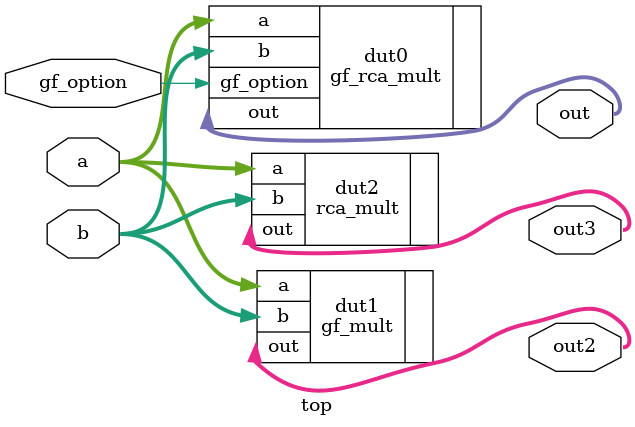
<source format=v>
module top #( parameter DATA_WIDTH = 32) (
    input gf_option,
    input [DATA_WIDTH-1:0] a,
    input [DATA_WIDTH-1:0] b,
    output [2*DATA_WIDTH-1:0] out,
    output [2*DATA_WIDTH-1:0] out2,
    output [2*DATA_WIDTH-1:0] out3
);

    gf_rca_mult #(DATA_WIDTH) dut0(
        .gf_option(gf_option),
        .a(a),
        .b(b),
        .out(out)
    );

    gf_mult #(DATA_WIDTH) dut1(
        .a(a),
        .b(b),
        .out(out2)
    );

    rca_mult #(DATA_WIDTH) dut2(
        .a(a),
        .b(b),
        .out(out3)
    );

endmodule
</source>
